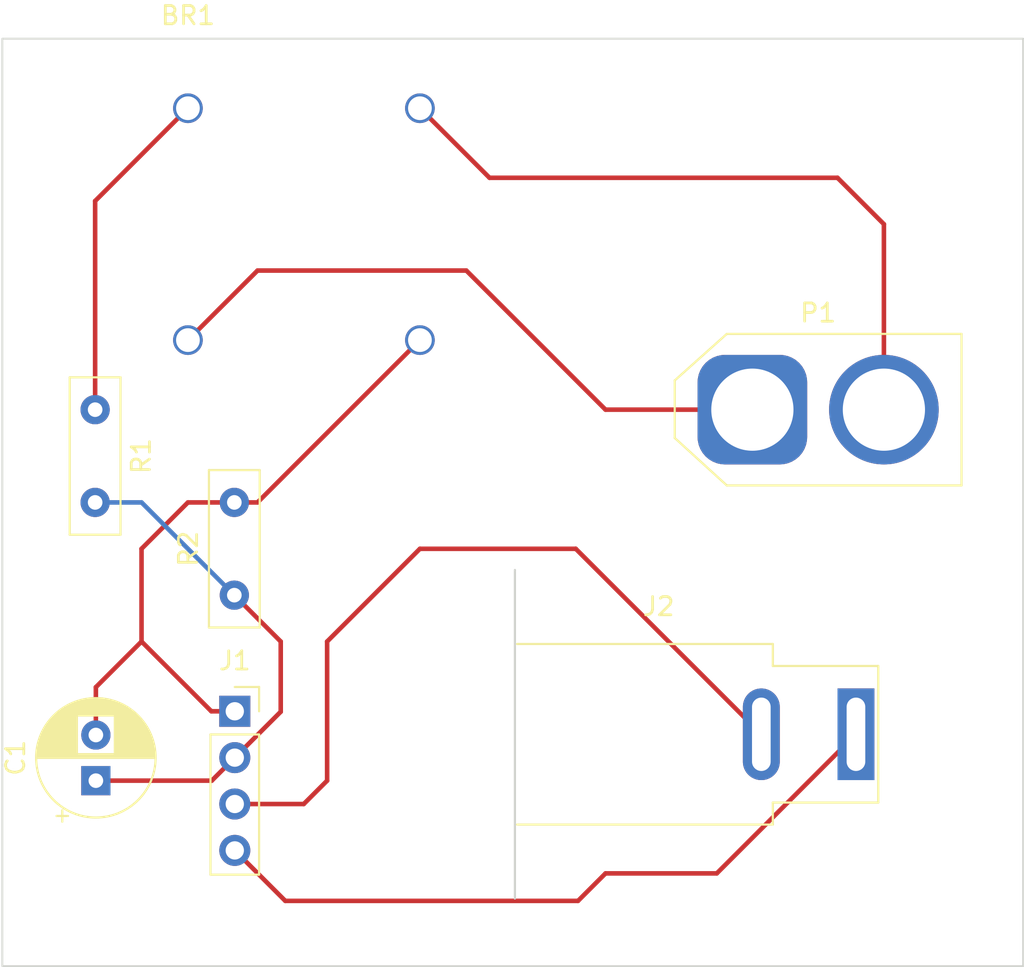
<source format=kicad_pcb>
(kicad_pcb (version 20211014) (generator pcbnew)
  (layers (0 "F.Cu" signal) (31 "B.Cu" signal) (34 "B.Paste" user) (35 "F.Paste" user) (36 "B.SilkS" user "B.Silkscreen") (37 "F.SilkS" user "F.Silkscreen") (38 "B.Mask" user) (39 "F.Mask" user) (44 "Edge.Cuts" user))
  (net 0 "")
  (net 1 "Net-(BR1-Pad1)")
  (net 2 "Net-(BR1-Pad2)")
  (net 3 "Net-(BR1-Pad3)")
  (net 4 "Net-(BR1-Pad4)")
  (net 5 "Net-(J1-Pad2)")
  (net 6 "GND_PWR")
  (net 7 "MTR_PWR")
  (footprint "Resistor_THT:R_Box_L8.4mm_W2.5mm_P5.08mm" (layer "F.Cu") (at 109.22 55.88 90)
    (fp_text reference "R2" (at 2.54 -2.52 90) (layer "F.SilkS"))
    (fp_text value "1k")
    (fp_line (start -1.77 -1.39) (end 6.85 -1.39) (layer "F.SilkS") (width 0.12))
    (fp_line (start -1.77 1.39) (end 6.85 1.39) (layer "F.SilkS") (width 0.12))
    (fp_line (start -1.77 -1.39) (end -1.77 1.39) (layer "F.SilkS") (width 0.12))
    (fp_line (start 6.85 -1.39) (end 6.85 1.39) (layer "F.SilkS") (width 0.12))
    (pad "1" thru_hole circle (at 0 0 90) (size 1.6 1.6) (drill 0.8) (layers *.Cu *.Mask) (net 5 "Net-(J1-Pad2)"))
    (pad "2" thru_hole circle (at 5.08 0 90) (size 1.6 1.6) (drill 0.8) (layers *.Cu *.Mask) (net 4 "Net-(BR1-Pad4)"))
  )
  (footprint "Connector_PinSocket_2.54mm:PinSocket_1x04_P2.54mm_Vertical" (layer "F.Cu") (at 109.245 62.24)
    (fp_text reference "J1" (at 0 -2.77) (layer "F.SilkS"))
    (fp_text value "Conn_01x04_Female")
    (fp_line (start -1.33 8.95) (end 1.33 8.95) (layer "F.SilkS") (width 0.12))
    (fp_line (start 1.33 -1.33) (end 1.33 0) (layer "F.SilkS") (width 0.12))
    (fp_line (start -1.33 1.27) (end 1.33 1.27) (layer "F.SilkS") (width 0.12))
    (fp_line (start -1.33 1.27) (end -1.33 8.95) (layer "F.SilkS") (width 0.12))
    (fp_line (start 1.33 1.27) (end 1.33 8.95) (layer "F.SilkS") (width 0.12))
    (fp_line (start 0 -1.33) (end 1.33 -1.33) (layer "F.SilkS") (width 0.12))
    (pad "1" thru_hole rect (at 0 0) (size 1.7 1.7) (drill 1) (layers *.Cu *.Mask) (net 4 "Net-(BR1-Pad4)"))
    (pad "2" thru_hole oval (at 0 2.54) (size 1.7 1.7) (drill 1) (layers *.Cu *.Mask) (net 5 "Net-(J1-Pad2)"))
    (pad "3" thru_hole oval (at 0 5.08) (size 1.7 1.7) (drill 1) (layers *.Cu *.Mask) (net 6 "GND_PWR"))
    (pad "4" thru_hole oval (at 0 7.62) (size 1.7 1.7) (drill 1) (layers *.Cu *.Mask) (net 7 "MTR_PWR"))
  )
  (footprint "Resistor_THT:R_Box_L8.4mm_W2.5mm_P5.08mm" (layer "F.Cu") (at 101.6 45.72 -90)
    (fp_text reference "R1" (at 2.54 -2.52 90) (layer "F.SilkS"))
    (fp_text value "10k")
    (fp_line (start -1.77 1.39) (end 6.85 1.39) (layer "F.SilkS") (width 0.12))
    (fp_line (start 6.85 -1.39) (end 6.85 1.39) (layer "F.SilkS") (width 0.12))
    (fp_line (start -1.77 -1.39) (end 6.85 -1.39) (layer "F.SilkS") (width 0.12))
    (fp_line (start -1.77 -1.39) (end -1.77 1.39) (layer "F.SilkS") (width 0.12))
    (pad "1" thru_hole circle (at 0 0 270) (size 1.6 1.6) (drill 0.8) (layers *.Cu *.Mask) (net 1 "Net-(BR1-Pad1)"))
    (pad "2" thru_hole circle (at 5.08 0 270) (size 1.6 1.6) (drill 0.8) (layers *.Cu *.Mask) (net 5 "Net-(J1-Pad2)"))
  )
  (footprint "Connector_BarrelJack:BarrelJack_SwitchcraftConxall_RAPC10U_Horizontal" (layer "F.Cu") (at 143.25 63.5)
    (fp_text reference "J2" (at -10.8 -7) (layer "F.SilkS"))
    (fp_text value "Jack-DC")
    (fp_line (start 1.22 -3.74) (end -4.55 -3.74) (layer "F.SilkS") (width 0.12))
    (fp_line (start -4.55 -3.74) (end -4.55 -4.945) (layer "F.SilkS") (width 0.12))
    (fp_line (start -4.55 -4.945) (end -18.55 -4.945) (layer "F.SilkS") (width 0.12))
    (fp_line (start -4.55 3.74) (end 1.22 3.74) (layer "F.SilkS") (width 0.12))
    (fp_line (start 1.22 3.74) (end 1.22 -3.74) (layer "F.SilkS") (width 0.12))
    (fp_line (start -4.55 4.945) (end -4.55 3.74) (layer "F.SilkS") (width 0.12))
    (fp_line (start -18.55 4.945) (end -4.55 4.945) (layer "F.SilkS") (width 0.12))
    (fp_line (start -18.67 -9) (end -18.67 9) (layer "Edge.Cuts") (width 0.12))
    (pad "1" thru_hole rect (at 0 0) (size 2.02 5.02) (drill oval 1.02 4.02) (layers *.Cu *.Mask) (net 7 "MTR_PWR"))
    (pad "2" thru_hole oval (at -5.18 0) (size 2.02 5.02) (drill oval 1.02 4.02) (layers *.Cu *.Mask) (net 6 "GND_PWR"))
  )
  (footprint "clime_components:Rectifier KBPC1010" (layer "F.Cu") (at 106.68 29.21)
    (fp_text reference "BR1" (at 0 -5.08 unlocked) (layer "F.SilkS"))
    (fp_text value "KBPCP1010")
    (pad "1" thru_hole circle (at 0 0) (size 1.624 1.624) (drill 1.3) (layers *.Cu *.Mask) (net 1 "Net-(BR1-Pad1)") (clearance 1))
    (pad "2" thru_hole circle (at 12.7 0) (size 1.624 1.624) (drill 1.3) (layers *.Cu *.Mask) (net 2 "Net-(BR1-Pad2)") (clearance 1))
    (pad "3" thru_hole circle (at 0 12.7) (size 1.624 1.624) (drill 1.3) (layers *.Cu *.Mask) (net 3 "Net-(BR1-Pad3)") (clearance 1))
    (pad "4" thru_hole circle (at 12.7 12.7) (size 1.624 1.624) (drill 1.3) (layers *.Cu *.Mask) (net 4 "Net-(BR1-Pad4)") (clearance 1))
  )
  (footprint "Connector_AMASS:AMASS_XT60-M_1x02_P7.20mm_Vertical" (layer "F.Cu") (at 137.58 45.72)
    (fp_text reference "P1" (at 3.6 -5.3 180) (layer "F.SilkS"))
    (fp_text value "Conn_WallPlug")
    (fp_line (start -4.25 -1.6) (end -4.25 1.55) (layer "F.SilkS") (width 0.12))
    (fp_line (start -4.25 1.55) (end -1.4 4.15) (layer "F.SilkS") (width 0.12))
    (fp_line (start 11.45 4.15) (end 11.45 -4.15) (layer "F.SilkS") (width 0.12))
    (fp_line (start -1.4 4.15) (end 11.45 4.15) (layer "F.SilkS") (width 0.12))
    (fp_line (start 11.45 -4.15) (end -1.4 -4.15) (layer "F.SilkS") (width 0.12))
    (fp_line (start -1.4 -4.15) (end -4.25 -1.6) (layer "F.SilkS") (width 0.12))
    (pad "1" thru_hole roundrect (at 0 0) (size 6 6) (drill 4.5) (layers *.Cu *.Mask) (net 3 "Net-(BR1-Pad3)"))
    (pad "2" thru_hole circle (at 7.2 0) (size 6 6) (drill 4.5) (layers *.Cu *.Mask) (net 2 "Net-(BR1-Pad2)"))
  )
  (footprint "Capacitor_THT:CP_Radial_D6.3mm_P2.50mm" (layer "F.Cu") (at 101.64 66.04 90)
    (fp_text reference "C1" (at 1.25 -4.4 90) (layer "F.SilkS"))
    (fp_text value "C")
    (fp_line (start 3.171 -2.607) (end 3.171 -1.04) (layer "F.SilkS") (width 0.12))
    (fp_line (start 2.131 1.04) (end 2.131 3.11) (layer "F.SilkS") (width 0.12))
    (fp_line (start 3.371 1.04) (end 3.371 2.45) (layer "F.SilkS") (width 0.12))
    (fp_line (start 3.731 -2.092) (end 3.731 2.092) (layer "F.SilkS") (width 0.12))
    (fp_line (start 2.931 -2.766) (end 2.931 -1.04) (layer "F.SilkS") (width 0.12))
    (fp_line (start 2.411 1.04) (end 2.411 3.018) (layer "F.SilkS") (width 0.12))
    (fp_line (start 2.891 -2.79) (end 2.891 -1.04) (layer "F.SilkS") (width 0.12))
    (fp_line (start 1.33 -3.23) (end 1.33 3.23) (layer "F.SilkS") (width 0.12))
    (fp_line (start 4.451 -0.633) (end 4.451 0.633) (layer "F.SilkS") (width 0.12))
    (fp_line (start 2.531 1.04) (end 2.531 2.97) (layer "F.SilkS") (width 0.12))
    (fp_line (start 2.371 -3.033) (end 2.371 -1.04) (layer "F.SilkS") (width 0.12))
    (fp_line (start 2.811 -2.834) (end 2.811 -1.04) (layer "F.SilkS") (width 0.12))
    (fp_line (start 2.371 1.04) (end 2.371 3.033) (layer "F.SilkS") (width 0.12))
    (fp_line (start 1.29 -3.23) (end 1.29 3.23) (layer "F.SilkS") (width 0.12))
    (fp_line (start 4.131 -1.509) (end 4.131 1.509) (layer "F.SilkS") (width 0.12))
    (fp_line (start 1.41 -3.227) (end 1.41 3.227) (layer "F.SilkS") (width 0.12))
    (fp_line (start 3.131 1.04) (end 3.131 2.636) (layer "F.SilkS") (width 0.12))
    (fp_line (start 2.971 -2.742) (end 2.971 -1.04) (layer "F.SilkS") (width 0.12))
    (fp_line (start 3.291 -2.516) (end 3.291 -1.04) (layer "F.SilkS") (width 0.12))
    (fp_line (start 3.211 1.04) (end 3.211 2.578) (layer "F.SilkS") (width 0.12))
    (fp_line (start 3.851 -1.944) (end 3.851 1.944) (layer "F.SilkS") (width 0.12))
    (fp_line (start 3.291 1.04) (end 3.291 2.516) (layer "F.SilkS") (width 0.12))
    (fp_line (start 2.491 -2.986) (end 2.491 -1.04) (layer "F.SilkS") (width 0.12))
    (fp_line (start 1.49 -3.222) (end 1.49 -1.04) (layer "F.SilkS") (width 0.12))
    (fp_line (start 2.251 1.04) (end 2.251 3.074) (layer "F.SilkS") (width 0.12))
    (fp_line (start 3.131 -2.636) (end 3.131 -1.04) (layer "F.SilkS") (width 0.12))
    (fp_line (start 2.011 -3.141) (end 2.011 -1.04) (layer "F.SilkS") (width 0.12))
    (fp_line (start 3.491 1.04) (end 3.491 2.343) (layer "F.SilkS") (width 0.12))
    (fp_line (start 3.451 1.04) (end 3.451 2.38) (layer "F.SilkS") (width 0.12))
    (fp_line (start 3.771 -2.044) (end 3.771 2.044) (layer "F.SilkS") (width 0.12))
    (fp_line (start 4.051 -1.65) (end 4.051 1.65) (layer "F.SilkS") (width 0.12))
    (fp_line (start 1.85 -3.175) (end 1.85 -1.04) (layer "F.SilkS") (width 0.12))
    (fp_line (start 2.131 -3.11) (end 2.131 -1.04) (layer "F.SilkS") (width 0.12))
    (fp_line (start 1.89 -3.167) (end 1.89 -1.04) (layer "F.SilkS") (width 0.12))
    (fp_line (start 2.611 -2.934) (end 2.611 -1.04) (layer "F.SilkS") (width 0.12))
    (fp_line (start 3.171 1.04) (end 3.171 2.607) (layer "F.SilkS") (width 0.12))
    (fp_line (start 2.011 1.04) (end 2.011 3.141) (layer "F.SilkS") (width 0.12))
    (fp_line (start 3.091 -2.664) (end 3.091 -1.04) (layer "F.SilkS") (width 0.12))
    (fp_line (start 1.81 -3.182) (end 1.81 -1.04) (layer "F.SilkS") (width 0.12))
    (fp_line (start 2.691 1.04) (end 2.691 2.896) (layer "F.SilkS") (width 0.12))
    (fp_line (start 3.491 -2.343) (end 3.491 -1.04) (layer "F.SilkS") (width 0.12))
    (fp_line (start 2.451 -3.002) (end 2.451 -1.04) (layer "F.SilkS") (width 0.12))
    (fp_line (start 1.73 -3.195) (end 1.73 -1.04) (layer "F.SilkS") (width 0.12))
    (fp_line (start 2.571 -2.952) (end 2.571 -1.04) (layer "F.SilkS") (width 0.12))
    (fp_line (start 4.371 -0.94) (end 4.371 0.94) (layer "F.SilkS") (width 0.12))
    (fp_line (start 1.69 1.04) (end 1.69 3.201) (layer "F.SilkS") (width 0.12))
    (fp_line (start 3.371 -2.45) (end 3.371 -1.04) (layer "F.SilkS") (width 0.12))
    (fp_line (start 4.291 -1.165) (end 4.291 1.165) (layer "F.SilkS") (width 0.12))
    (fp_line (start 1.971 -3.15) (end 1.971 -1.04) (layer "F.SilkS") (width 0.12))
    (fp_line (start 3.971 -1.776) (end 3.971 1.776) (layer "F.SilkS") (width 0.12))
    (fp_line (start 3.251 1.04) (end 3.251 2.548) (layer "F.SilkS") (width 0.12))
    (fp_line (start 3.251 -2.548) (end 3.251 -1.04) (layer "F.SilkS") (width 0.12))
    (fp_line (start 3.531 -2.305) (end 3.531 -1.04) (layer "F.SilkS") (width 0.12))
    (fp_line (start 4.331 -1.059) (end 4.331 1.059) (layer "F.SilkS") (width 0.12))
    (fp_line (start 1.53 1.04) (end 1.53 3.218) (layer "F.SilkS") (width 0.12))
    (fp_line (start 2.091 -3.121) (end 2.091 -1.04) (layer "F.SilkS") (width 0.12))
    (fp_line (start 2.411 -3.018) (end 2.411 -1.04) (layer "F.SilkS") (width 0.12))
    (fp_line (start 3.691 -2.137) (end 3.691 2.137) (layer "F.SilkS") (width 0.12))
    (fp_line (start 1.77 -3.189) (end 1.77 -1.04) (layer "F.SilkS") (width 0.12))
    (fp_line (start 2.731 -2.876) (end 2.731 -1.04) (layer "F.SilkS") (width 0.12))
    (fp_line (start 1.93 -3.159) (end 1.93 -1.04) (layer "F.SilkS") (width 0.12))
    (fp_line (start 4.171 -1.432) (end 4.171 1.432) (layer "F.SilkS") (width 0.12))
    (fp_line (start 1.25 -3.23) (end 1.25 3.23) (layer "F.SilkS") (width 0.12))
    (fp_line (start 2.851 -2.812) (end 2.851 -1.04) (layer "F.SilkS") (width 0.12))
    (fp_line (start 2.811 1.04) (end 2.811 2.834) (layer "F.SilkS") (width 0.12))
    (fp_line (start 4.091 -1.581) (end 4.091 1.581) (layer "F.SilkS") (width 0.12))
    (fp_line (start 1.61 -3.211) (end 1.61 -1.04) (layer "F.SilkS") (width 0.12))
    (fp_line (start 2.891 1.04) (end 2.891 2.79) (layer "F.SilkS") (width 0.12))
    (fp_line (start 2.491 1.04) (end 2.491 2.986) (layer "F.SilkS") (width 0.12))
    (fp_line (start 4.211 -1.35) (end 4.211 1.35) (layer "F.SilkS") (width 0.12))
    (fp_line (start 2.171 1.04) (end 2.171 3.098) (layer "F.SilkS") (width 0.12))
    (fp_line (start 3.051 1.04) (end 3.051 2.69) (layer "F.SilkS") (width 0.12))
    (fp_line (start 2.651 1.04) (end 2.651 2.916) (layer "F.SilkS") (width 0.12))
    (fp_line (start 2.571 1.04) (end 2.571 2.952) (layer "F.SilkS") (width 0.12))
    (fp_line (start 1.57 -3.215) (end 1.57 -1.04) (layer "F.SilkS") (width 0.12))
    (fp_line (start 2.851 1.04) (end 2.851 2.812) (layer "F.SilkS") (width 0.12))
    (fp_line (start 2.451 1.04) (end 2.451 3.002) (layer "F.SilkS") (width 0.12))
    (fp_line (start 2.691 -2.896) (end 2.691 -1.04) (layer "F.SilkS") (width 0.12))
    (fp_line (start 3.411 -2.416) (end 3.411 -1.04) (layer "F.SilkS") (width 0.12))
    (fp_line (start 3.411 1.04) (end 3.411 2.416) (layer "F.SilkS") (width 0.12))
    (fp_line (start 1.81 1.04) (end 1.81 3.182) (layer "F.SilkS") (width 0.12))
    (fp_line (start 4.411 -0.802) (end 4.411 0.802) (layer "F.SilkS") (width 0.12))
    (fp_line (start 2.211 -3.086) (end 2.211 -1.04) (layer "F.SilkS") (width 0.12))
    (fp_line (start 2.731 1.04) (end 2.731 2.876) (layer "F.SilkS") (width 0.12))
    (fp_line (start -1.935241 -2.154) (end -1.935241 -1.524) (layer "F.SilkS") (width 0.12))
    (fp_line (start 2.771 -2.856) (end 2.771 -1.04) (layer "F.SilkS") (width 0.12))
    (fp_line (start 1.85 1.04) (end 1.85 3.175) (layer "F.SilkS") (width 0.12))
    (fp_line (start 2.931 1.04) (end 2.931 2.766) (layer "F.SilkS") (width 0.12))
    (fp_line (start 2.971 1.04) (end 2.971 2.742) (layer "F.SilkS") (width 0.12))
    (fp_line (start -2.250241 -1.839) (end -1.620241 -1.839) (layer "F.SilkS") (width 0.12))
    (fp_line (start 2.531 -2.97) (end 2.531 -1.04) (layer "F.SilkS") (width 0.12))
    (fp_line (start 3.811 -1.995) (end 3.811 1.995) (layer "F.SilkS") (width 0.12))
    (fp_line (start 3.451 -2.38) (end 3.451 -1.04) (layer "F.SilkS") (width 0.12))
    (fp_line (start 1.65 1.04) (end 1.65 3.206) (layer "F.SilkS") (width 0.12))
    (fp_line (start 3.051 -2.69) (end 3.051 -1.04) (layer "F.SilkS") (width 0.12))
    (fp_line (start 2.611 1.04) (end 2.611 2.934) (layer "F.SilkS") (width 0.12))
    (fp_line (start 3.331 -2.484) (end 3.331 -1.04) (layer "F.SilkS") (width 0.12))
    (fp_line (start 1.971 1.04) (end 1.971 3.15) (layer "F.SilkS") (width 0.12))
    (fp_line (start 2.291 1.04) (end 2.291 3.061) (layer "F.SilkS") (width 0.12))
    (fp_line (start 3.331 1.04) (end 3.331 2.484) (layer "F.SilkS") (width 0.12))
    (fp_line (start 3.011 1.04) (end 3.011 2.716) (layer "F.SilkS") (width 0.12))
    (fp_line (start 2.331 1.04) (end 2.331 3.047) (layer "F.SilkS") (width 0.12))
    (fp_line (start 1.89 1.04) (end 1.89 3.167) (layer "F.SilkS") (width 0.12))
    (fp_line (start 1.53 -3.218) (end 1.53 -1.04) (layer "F.SilkS") (width 0.12))
    (fp_line (start 3.931 -1.834) (end 3.931 1.834) (layer "F.SilkS") (width 0.12))
    (fp_line (start 1.93 1.04) (end 1.93 3.159) (layer "F.SilkS") (width 0.12))
    (fp_line (start 1.37 -3.228) (end 1.37 3.228) (layer "F.SilkS") (width 0.12))
    (fp_line (start 2.251 -3.074) (end 2.251 -1.04) (layer "F.SilkS") (width 0.12))
    (fp_line (start 2.771 1.04) (end 2.771 2.856) (layer "F.SilkS") (width 0.12))
    (fp_line (start 1.61 1.04) (end 1.61 3.211) (layer "F.SilkS") (width 0.12))
    (fp_line (start 1.77 1.04) (end 1.77 3.189) (layer "F.SilkS") (width 0.12))
    (fp_line (start 3.011 -2.716) (end 3.011 -1.04) (layer "F.SilkS") (width 0.12))
    (fp_line (start 4.251 -1.262) (end 4.251 1.262) (layer "F.SilkS") (width 0.12))
    (fp_line (start 1.57 1.04) (end 1.57 3.215) (layer "F.SilkS") (width 0.12))
    (fp_line (start 1.73 1.04) (end 1.73 3.195) (layer "F.SilkS") (width 0.12))
    (fp_line (start 1.69 -3.201) (end 1.69 -1.04) (layer "F.SilkS") (width 0.12))
    (fp_line (start 1.49 1.04) (end 1.49 3.222) (layer "F.SilkS") (width 0.12))
    (fp_line (start 3.211 -2.578) (end 3.211 -1.04) (layer "F.SilkS") (width 0.12))
    (fp_line (start 3.531 1.04) (end 3.531 2.305) (layer "F.SilkS") (width 0.12))
    (fp_line (start 1.45 -3.224) (end 1.45 3.224) (layer "F.SilkS") (width 0.12))
    (fp_line (start 1.65 -3.206) (end 1.65 -1.04) (layer "F.SilkS") (width 0.12))
    (fp_line (start 2.651 -2.916) (end 2.651 -1.04) (layer "F.SilkS") (width 0.12))
    (fp_line (start 2.171 -3.098) (end 2.171 -1.04) (layer "F.SilkS") (width 0.12))
    (fp_line (start 4.491 -0.402) (end 4.491 0.402) (layer "F.SilkS") (width 0.12))
    (fp_line (start 2.051 -3.131) (end 2.051 -1.04) (layer "F.SilkS") (width 0.12))
    (fp_line (start 3.651 -2.182) (end 3.651 2.182) (layer "F.SilkS") (width 0.12))
    (fp_line (start 3.571 -2.265) (end 3.571 2.265) (layer "F.SilkS") (width 0.12))
    (fp_line (start 3.091 1.04) (end 3.091 2.664) (layer "F.SilkS") (width 0.12))
    (fp_line (start 2.091 1.04) (end 2.091 3.121) (layer "F.SilkS") (width 0.12))
    (fp_line (start 2.211 1.04) (end 2.211 3.086) (layer "F.SilkS") (width 0.12))
    (fp_line (start 2.051 1.04) (end 2.051 3.131) (layer "F.SilkS") (width 0.12))
    (fp_line (start 4.011 -1.714) (end 4.011 1.714) (layer "F.SilkS") (width 0.12))
    (fp_line (start 3.611 -2.224) (end 3.611 2.224) (layer "F.SilkS") (width 0.12))
    (fp_line (start 2.331 -3.047) (end 2.331 -1.04) (layer "F.SilkS") (width 0.12))
    (fp_line (start 2.291 -3.061) (end 2.291 -1.04) (layer "F.SilkS") (width 0.12))
    (fp_line (start 3.891 -1.89) (end 3.891 1.89) (layer "F.SilkS") (width 0.12))
    (fp_circle (center 1.25 0) (end 4.52 0) (layer "F.SilkS") (width 0.12) (fill none))
    (pad "1" thru_hole rect (at 0 0 90) (size 1.6 1.6) (drill 0.8) (layers *.Cu *.Mask) (net 5 "Net-(J1-Pad2)"))
    (pad "2" thru_hole circle (at 2.5 0 90) (size 1.6 1.6) (drill 0.8) (layers *.Cu *.Mask) (net 4 "Net-(BR1-Pad4)"))
  )
  (gr_rect (start 96.52 25.4) (end 152.4 76.2) (layer "Edge.Cuts") (width 0.1) (fill none))
  (segment (start 101.6 34.29) (end 106.68 29.21) (width 0.25) (layer "F.Cu") (net 1))
  (segment (start 101.6 45.72) (end 101.6 34.29) (width 0.25) (layer "F.Cu") (net 1))
  (segment (start 142.24 33.02) (end 144.78 35.56) (width 0.25) (layer "F.Cu") (net 2))
  (segment (start 123.19 33.02) (end 142.24 33.02) (width 0.25) (layer "F.Cu") (net 2))
  (segment (start 144.78 35.56) (end 144.78 45.72) (width 0.25) (layer "F.Cu") (net 2))
  (segment (start 119.38 29.21) (end 123.19 33.02) (width 0.25) (layer "F.Cu") (net 2))
  (segment (start 129.54 45.72) (end 121.92 38.1) (width 0.25) (layer "F.Cu") (net 3))
  (segment (start 137.58 45.72) (end 129.54 45.72) (width 0.25) (layer "F.Cu") (net 3))
  (segment (start 121.92 38.1) (end 110.49 38.1) (width 0.25) (layer "F.Cu") (net 3))
  (segment (start 110.49 38.1) (end 106.68 41.91) (width 0.25) (layer "F.Cu") (net 3))
  (segment (start 104.14 58.42) (end 104.14 53.34) (width 0.25) (layer "F.Cu") (net 4))
  (segment (start 101.64 60.92) (end 104.14 58.42) (width 0.25) (layer "F.Cu") (net 4))
  (segment (start 107.96 62.24) (end 104.14 58.42) (width 0.25) (layer "F.Cu") (net 4))
  (segment (start 109.245 62.24) (end 107.96 62.24) (width 0.25) (layer "F.Cu") (net 4))
  (segment (start 101.64 63.54) (end 101.64 60.92) (width 0.25) (layer "F.Cu") (net 4))
  (segment (start 109.22 50.8) (end 106.68 50.8) (width 0.25) (layer "F.Cu") (net 4))
  (segment (start 110.49 50.8) (end 119.38 41.91) (width 0.25) (layer "F.Cu") (net 4))
  (segment (start 109.22 50.8) (end 110.49 50.8) (width 0.25) (layer "F.Cu") (net 4))
  (segment (start 106.68 50.8) (end 104.14 53.34) (width 0.25) (layer "F.Cu") (net 4))
  (segment (start 109.22 55.88) (end 111.76 58.42) (width 0.25) (layer "F.Cu") (net 5))
  (segment (start 111.76 62.265) (end 109.245 64.78) (width 0.25) (layer "F.Cu") (net 5))
  (segment (start 107.985 66.04) (end 101.64 66.04) (width 0.25) (layer "F.Cu") (net 5))
  (segment (start 111.76 58.42) (end 111.76 62.265) (width 0.25) (layer "F.Cu") (net 5))
  (segment (start 109.245 64.78) (end 107.985 66.04) (width 0.25) (layer "F.Cu") (net 5))
  (segment (start 104.14 50.8) (end 109.22 55.88) (width 0.25) (layer "B.Cu") (net 5))
  (segment (start 101.6 50.8) (end 104.14 50.8) (width 0.25) (layer "B.Cu") (net 5))
  (segment (start 119.38 53.34) (end 114.3 58.42) (width 0.25) (layer "F.Cu") (net 6))
  (segment (start 114.3 58.42) (end 114.3 66.04) (width 0.25) (layer "F.Cu") (net 6))
  (segment (start 138.07 63.5) (end 127.91 53.34) (width 0.25) (layer "F.Cu") (net 6))
  (segment (start 114.3 66.04) (end 113.02 67.32) (width 0.25) (layer "F.Cu") (net 6))
  (segment (start 127.91 53.34) (end 119.38 53.34) (width 0.25) (layer "F.Cu") (net 6))
  (segment (start 113.02 67.32) (end 109.245 67.32) (width 0.25) (layer "F.Cu") (net 6))
  (segment (start 112.01 72.625) (end 109.245 69.86) (width 0.25) (layer "F.Cu") (net 7))
  (segment (start 129.54 71.12) (end 128.035 72.625) (width 0.25) (layer "F.Cu") (net 7))
  (segment (start 128.035 72.625) (end 112.01 72.625) (width 0.25) (layer "F.Cu") (net 7))
  (segment (start 143.25 63.5) (end 135.63 71.12) (width 0.25) (layer "F.Cu") (net 7))
  (segment (start 135.63 71.12) (end 129.54 71.12) (width 0.25) (layer "F.Cu") (net 7))
)
</source>
